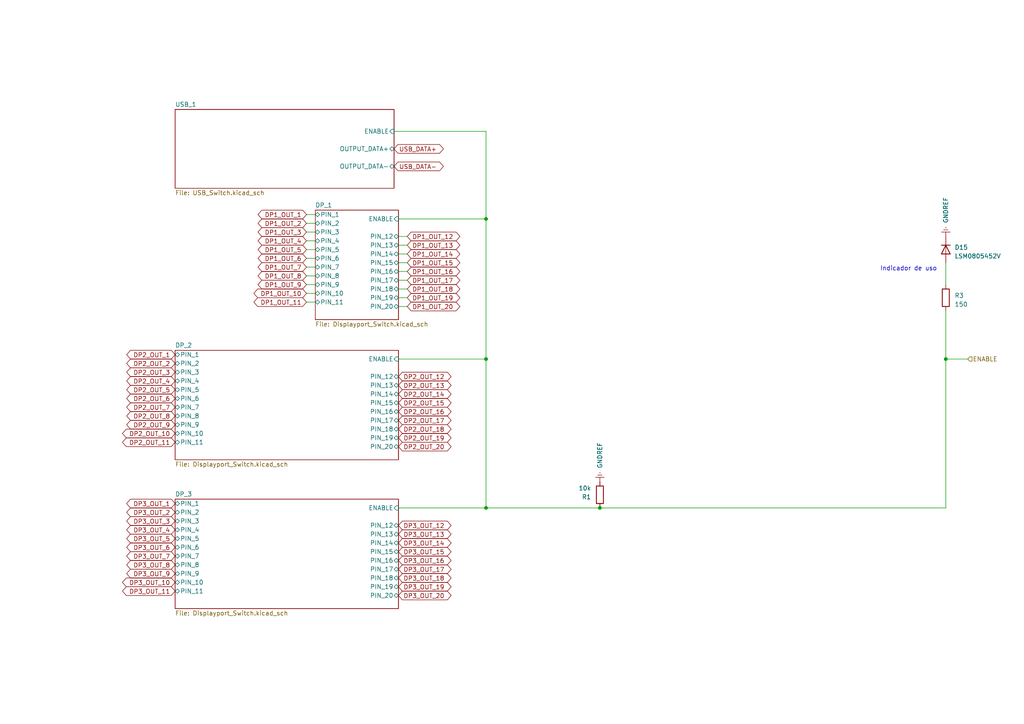
<source format=kicad_sch>
(kicad_sch (version 20230121) (generator eeschema)
  (paper "A4")
  (lib_symbols
    (symbol "Device:R" (pin_numbers hide) (pin_names (offset 0))
      (property "Reference" "R" (at 2.032 0 90))
      (property "Value" "R" (at 0 0 90))
      (symbol "R_0_1"
        (rectangle (start -1.016 -2.54) (end 1.016 2.54) (stroke (width 0.254)))
      )
      (symbol "R_1_1"
        (pin passive line (at 0 3.81 270) (length 1.27) (name "~") (number "1"))
        (pin passive line (at 0 -3.81 90) (length 1.27) (name "~") (number "2"))
      )
    )
    (symbol "Diode:CD4148W" (pin_numbers hide) (pin_names hide)
      (property "Reference" "D" (at 0 2.54 0))
      (property "Value" "CD4148W" (at 0 -2.54 0))
      (symbol "CD4148W_0_1"
        (polyline (pts (xy -1.27 1.27) (xy -1.27 -1.27)) (stroke (width 0.254)))
        (polyline (pts (xy 1.27 0) (xy -1.27 0)))
        (polyline (pts (xy 1.27 1.27) (xy 1.27 -1.27) (xy -1.27 0) (xy 1.27 1.27)) (stroke (width 0.254)))
      )
      (symbol "CD4148W_1_1"
        (pin passive line (at -3.81 0 0) (length 2.54) (name "K") (number "1"))
        (pin passive line (at 3.81 0 180) (length 2.54) (name "A") (number "2"))
      )
    )
    (symbol "power:GNDREF" (power) (pin_names (offset 0))
      (property "Value" "GNDREF" (at 0 -3.81 0))
      (symbol "GNDREF_0_1"
        (polyline (pts (xy -0.635 -1.905) (xy 0.635 -1.905)))
        (polyline (pts (xy -0.127 -2.54) (xy 0.127 -2.54)))
        (polyline (pts (xy 0 -1.27) (xy 0 0)))
        (polyline (pts (xy 1.27 -1.27) (xy -1.27 -1.27)))
      )
      (symbol "GNDREF_1_1"
        (pin power_in line (at 0 0 270) (length 0) hide (name "GNDREF") (number "1"))
      )
    )
  )
  (junction (at 140.97 63.5))
  (junction (at 274.32 104.14))
  (junction (at 173.99 147.32))
  (junction (at 140.97 104.14))
  (junction (at 140.97 147.32))
  (wire (pts (xy 140.97 147.32) (xy 173.99 147.32)))
  (wire (pts (xy 115.57 78.74) (xy 118.11 78.74)))
  (wire (pts (xy 115.57 68.58) (xy 118.11 68.58)))
  (wire (pts (xy 115.57 88.9) (xy 118.11 88.9)))
  (wire (pts (xy 88.9 77.47) (xy 91.44 77.47)))
  (wire (pts (xy 274.32 104.14) (xy 280.67 104.14)))
  (wire (pts (xy 140.97 63.5) (xy 140.97 104.14)))
  (wire (pts (xy 88.9 67.31) (xy 91.44 67.31)))
  (wire (pts (xy 115.57 104.14) (xy 140.97 104.14)))
  (wire (pts (xy 88.9 87.63) (xy 91.44 87.63)))
  (wire (pts (xy 274.32 82.55) (xy 274.32 76.2)))
  (wire (pts (xy 115.57 81.28) (xy 118.11 81.28)))
  (wire (pts (xy 274.32 104.14) (xy 274.32 147.32)))
  (wire (pts (xy 115.57 76.2) (xy 118.11 76.2)))
  (wire (pts (xy 140.97 38.1) (xy 140.97 63.5)))
  (wire (pts (xy 115.57 86.36) (xy 118.11 86.36)))
  (wire (pts (xy 173.99 147.32) (xy 274.32 147.32)))
  (wire (pts (xy 115.57 73.66) (xy 118.11 73.66)))
  (wire (pts (xy 88.9 82.55) (xy 91.44 82.55)))
  (wire (pts (xy 88.9 85.09) (xy 91.44 85.09)))
  (wire (pts (xy 140.97 104.14) (xy 140.97 147.32)))
  (wire (pts (xy 114.3 38.1) (xy 140.97 38.1)))
  (wire (pts (xy 115.57 71.12) (xy 118.11 71.12)))
  (wire (pts (xy 88.9 74.93) (xy 91.44 74.93)))
  (wire (pts (xy 88.9 64.77) (xy 91.44 64.77)))
  (wire (pts (xy 115.57 63.5) (xy 140.97 63.5)))
  (wire (pts (xy 88.9 62.23) (xy 91.44 62.23)))
  (wire (pts (xy 115.57 147.32) (xy 140.97 147.32)))
  (wire (pts (xy 88.9 72.39) (xy 91.44 72.39)))
  (wire (pts (xy 274.32 90.17) (xy 274.32 104.14)))
  (wire (pts (xy 115.57 83.82) (xy 118.11 83.82)))
  (wire (pts (xy 88.9 80.01) (xy 91.44 80.01)))
  (wire (pts (xy 88.9 69.85) (xy 91.44 69.85)))
  (text "Indicador de uso" (at 255.27 78.74 0) (effects (font (size 1.27 1.27)) (justify left bottom)))
  (global_label "DP1_OUT_13" (shape bidirectional) (at 118.11 71.12 0) (property "Intersheetrefs" "${INTERSHEET_REFS}" (effects hide)))
  (global_label "DP3_OUT_15" (shape bidirectional) (at 115.57 160.02 0) (property "Intersheetrefs" "${INTERSHEET_REFS}" (effects hide)))
  (global_label "DP1_OUT_20" (shape bidirectional) (at 118.11 88.9 0) (property "Intersheetrefs" "${INTERSHEET_REFS}" (effects hide)))
  (global_label "DP1_OUT_9" (shape bidirectional) (at 88.9 82.55 180) (property "Intersheetrefs" "${INTERSHEET_REFS}" (effects hide)))
  (global_label "DP2_OUT_8" (shape bidirectional) (at 50.8 120.65 180) (property "Intersheetrefs" "${INTERSHEET_REFS}" (effects hide)))
  (global_label "DP3_OUT_13" (shape bidirectional) (at 115.57 154.94 0) (property "Intersheetrefs" "${INTERSHEET_REFS}" (effects hide)))
  (global_label "DP2_OUT_4" (shape bidirectional) (at 50.8 110.49 180) (property "Intersheetrefs" "${INTERSHEET_REFS}" (effects hide)))
  (global_label "DP2_OUT_10" (shape bidirectional) (at 50.8 125.73 180) (property "Intersheetrefs" "${INTERSHEET_REFS}" (effects hide)))
  (global_label "DP1_OUT_3" (shape bidirectional) (at 88.9 67.31 180) (property "Intersheetrefs" "${INTERSHEET_REFS}" (effects hide)))
  (global_label "DP2_OUT_3" (shape bidirectional) (at 50.8 107.95 180) (property "Intersheetrefs" "${INTERSHEET_REFS}" (effects hide)))
  (global_label "DP3_OUT_14" (shape bidirectional) (at 115.57 157.48 0) (property "Intersheetrefs" "${INTERSHEET_REFS}" (effects hide)))
  (global_label "USB_DATA+" (shape bidirectional) (at 114.3 43.18 0) (property "Intersheetrefs" "${INTERSHEET_REFS}" (effects hide)))
  (global_label "DP1_OUT_2" (shape bidirectional) (at 88.9 64.77 180) (property "Intersheetrefs" "${INTERSHEET_REFS}" (effects hide)))
  (global_label "DP1_OUT_16" (shape bidirectional) (at 118.11 78.74 0) (property "Intersheetrefs" "${INTERSHEET_REFS}" (effects hide)))
  (global_label "DP1_OUT_8" (shape bidirectional) (at 88.9 80.01 180) (property "Intersheetrefs" "${INTERSHEET_REFS}" (effects hide)))
  (global_label "DP1_OUT_15" (shape bidirectional) (at 118.11 76.2 0) (property "Intersheetrefs" "${INTERSHEET_REFS}" (effects hide)))
  (global_label "DP3_OUT_5" (shape bidirectional) (at 50.8 156.21 180) (property "Intersheetrefs" "${INTERSHEET_REFS}" (effects hide)))
  (global_label "DP1_OUT_6" (shape bidirectional) (at 88.9 74.93 180) (property "Intersheetrefs" "${INTERSHEET_REFS}" (effects hide)))
  (global_label "DP1_OUT_17" (shape bidirectional) (at 118.11 81.28 0) (property "Intersheetrefs" "${INTERSHEET_REFS}" (effects hide)))
  (global_label "DP3_OUT_9" (shape bidirectional) (at 50.8 166.37 180) (property "Intersheetrefs" "${INTERSHEET_REFS}" (effects hide)))
  (global_label "DP2_OUT_7" (shape bidirectional) (at 50.8 118.11 180) (property "Intersheetrefs" "${INTERSHEET_REFS}" (effects hide)))
  (global_label "USB_DATA-" (shape bidirectional) (at 114.3 48.26 0) (property "Intersheetrefs" "${INTERSHEET_REFS}" (effects hide)))
  (global_label "DP2_OUT_13" (shape bidirectional) (at 115.57 111.76 0) (property "Intersheetrefs" "${INTERSHEET_REFS}" (effects hide)))
  (global_label "DP3_OUT_4" (shape bidirectional) (at 50.8 153.67 180) (property "Intersheetrefs" "${INTERSHEET_REFS}" (effects hide)))
  (global_label "DP3_OUT_2" (shape bidirectional) (at 50.8 148.59 180) (property "Intersheetrefs" "${INTERSHEET_REFS}" (effects hide)))
  (global_label "DP3_OUT_16" (shape bidirectional) (at 115.57 162.56 0) (property "Intersheetrefs" "${INTERSHEET_REFS}" (effects hide)))
  (global_label "DP3_OUT_19" (shape bidirectional) (at 115.57 170.18 0) (property "Intersheetrefs" "${INTERSHEET_REFS}" (effects hide)))
  (global_label "DP2_OUT_15" (shape bidirectional) (at 115.57 116.84 0) (property "Intersheetrefs" "${INTERSHEET_REFS}" (effects hide)))
  (global_label "DP2_OUT_6" (shape bidirectional) (at 50.8 115.57 180) (property "Intersheetrefs" "${INTERSHEET_REFS}" (effects hide)))
  (global_label "DP3_OUT_1" (shape bidirectional) (at 50.8 146.05 180) (property "Intersheetrefs" "${INTERSHEET_REFS}" (effects hide)))
  (global_label "DP2_OUT_2" (shape bidirectional) (at 50.8 105.41 180) (property "Intersheetrefs" "${INTERSHEET_REFS}" (effects hide)))
  (global_label "DP1_OUT_19" (shape bidirectional) (at 118.11 86.36 0) (property "Intersheetrefs" "${INTERSHEET_REFS}" (effects hide)))
  (global_label "DP3_OUT_7" (shape bidirectional) (at 50.8 161.29 180) (property "Intersheetrefs" "${INTERSHEET_REFS}" (effects hide)))
  (global_label "DP2_OUT_12" (shape bidirectional) (at 115.57 109.22 0) (property "Intersheetrefs" "${INTERSHEET_REFS}" (effects hide)))
  (global_label "DP2_OUT_16" (shape bidirectional) (at 115.57 119.38 0) (property "Intersheetrefs" "${INTERSHEET_REFS}" (effects hide)))
  (global_label "DP3_OUT_17" (shape bidirectional) (at 115.57 165.1 0) (property "Intersheetrefs" "${INTERSHEET_REFS}" (effects hide)))
  (global_label "DP2_OUT_20" (shape bidirectional) (at 115.57 129.54 0) (property "Intersheetrefs" "${INTERSHEET_REFS}" (effects hide)))
  (global_label "DP1_OUT_18" (shape bidirectional) (at 118.11 83.82 0) (property "Intersheetrefs" "${INTERSHEET_REFS}" (effects hide)))
  (global_label "DP2_OUT_5" (shape bidirectional) (at 50.8 113.03 180) (property "Intersheetrefs" "${INTERSHEET_REFS}" (effects hide)))
  (global_label "DP1_OUT_10" (shape bidirectional) (at 88.9 85.09 180) (property "Intersheetrefs" "${INTERSHEET_REFS}" (effects hide)))
  (global_label "DP3_OUT_3" (shape bidirectional) (at 50.8 151.13 180) (property "Intersheetrefs" "${INTERSHEET_REFS}" (effects hide)))
  (global_label "DP1_OUT_7" (shape bidirectional) (at 88.9 77.47 180) (property "Intersheetrefs" "${INTERSHEET_REFS}" (effects hide)))
  (global_label "DP2_OUT_1" (shape bidirectional) (at 50.8 102.87 180) (property "Intersheetrefs" "${INTERSHEET_REFS}" (effects hide)))
  (global_label "DP3_OUT_20" (shape bidirectional) (at 115.57 172.72 0) (property "Intersheetrefs" "${INTERSHEET_REFS}" (effects hide)))
  (global_label "DP3_OUT_12" (shape bidirectional) (at 115.57 152.4 0) (property "Intersheetrefs" "${INTERSHEET_REFS}" (effects hide)))
  (global_label "DP1_OUT_11" (shape bidirectional) (at 88.9 87.63 180) (property "Intersheetrefs" "${INTERSHEET_REFS}" (effects hide)))
  (global_label "DP1_OUT_1" (shape bidirectional) (at 88.9 62.23 180) (property "Intersheetrefs" "${INTERSHEET_REFS}" (effects hide)))
  (global_label "DP1_OUT_5" (shape bidirectional) (at 88.9 72.39 180) (property "Intersheetrefs" "${INTERSHEET_REFS}" (effects hide)))
  (global_label "DP3_OUT_18" (shape bidirectional) (at 115.57 167.64 0) (property "Intersheetrefs" "${INTERSHEET_REFS}" (effects hide)))
  (global_label "DP2_OUT_14" (shape bidirectional) (at 115.57 114.3 0) (property "Intersheetrefs" "${INTERSHEET_REFS}" (effects hide)))
  (global_label "DP1_OUT_4" (shape bidirectional) (at 88.9 69.85 180) (property "Intersheetrefs" "${INTERSHEET_REFS}" (effects hide)))
  (global_label "DP2_OUT_11" (shape bidirectional) (at 50.8 128.27 180) (property "Intersheetrefs" "${INTERSHEET_REFS}" (effects hide)))
  (global_label "DP3_OUT_11" (shape bidirectional) (at 50.8 171.45 180) (property "Intersheetrefs" "${INTERSHEET_REFS}" (effects hide)))
  (global_label "DP1_OUT_12" (shape bidirectional) (at 118.11 68.58 0) (property "Intersheetrefs" "${INTERSHEET_REFS}" (effects hide)))
  (global_label "DP3_OUT_8" (shape bidirectional) (at 50.8 163.83 180) (property "Intersheetrefs" "${INTERSHEET_REFS}" (effects hide)))
  (global_label "DP2_OUT_17" (shape bidirectional) (at 115.57 121.92 0) (property "Intersheetrefs" "${INTERSHEET_REFS}" (effects hide)))
  (global_label "DP2_OUT_9" (shape bidirectional) (at 50.8 123.19 180) (property "Intersheetrefs" "${INTERSHEET_REFS}" (effects hide)))
  (global_label "DP2_OUT_18" (shape bidirectional) (at 115.57 124.46 0) (property "Intersheetrefs" "${INTERSHEET_REFS}" (effects hide)))
  (global_label "DP3_OUT_10" (shape bidirectional) (at 50.8 168.91 180) (property "Intersheetrefs" "${INTERSHEET_REFS}" (effects hide)))
  (global_label "DP1_OUT_14" (shape bidirectional) (at 118.11 73.66 0) (property "Intersheetrefs" "${INTERSHEET_REFS}" (effects hide)))
  (global_label "DP3_OUT_6" (shape bidirectional) (at 50.8 158.75 180) (property "Intersheetrefs" "${INTERSHEET_REFS}" (effects hide)))
  (global_label "DP2_OUT_19" (shape bidirectional) (at 115.57 127 0) (property "Intersheetrefs" "${INTERSHEET_REFS}" (effects hide)))
  (hierarchical_label "ENABLE" (shape input) (at 280.67 104.14 0))
  (symbol (lib_id "power:GNDREF") (at 173.99 139.7 180) (unit 1)
    (property "Reference" "#PWR05" (effects hide))
    (property "Value" "GNDREF" (at 173.99 135.89 90) (effects (justify right)))
    (instances (project "KVM Project" (path "" (reference "#PWR05") (unit 1)) (path "" (reference "#PWR06") (unit 1)) (path "" (reference "#PWR07") (unit 1)) (path "" (reference "#PWR08") (unit 1))))
  )
  (symbol (lib_id "Diode:CD4148W") (at 274.32 72.39 270) (unit 1)
    (property "Reference" "D15" (at 276.86 71.755 90) (effects (justify left)))
    (property "Value" "LSM0805452V" (at 276.86 74.295 90) (effects (justify left)))
    (property "Footprint" "Diode_SMD:D_0805_2012Metric" (effects hide))
    (property "Datasheet" "https://www.dccomponents.com/upload/product/original/623524775088.pdf" (effects hide))
    (property "Sim.Device" "D" (effects hide))
    (property "Sim.Pins" "1=K 2=A" (effects hide))
    (instances (project "KVM Project" (path "" (reference "D15") (unit 1)) (path "" (reference "D13") (unit 1)) (path "" (reference "D14") (unit 1))))
  )
  (symbol (lib_id "Device:R") (at 274.32 86.36 0) (unit 1)
    (property "Reference" "R3" (at 276.86 85.725 0) (effects (justify left)))
    (property "Value" "150" (at 276.86 88.265 0) (effects (justify left)))
    (property "Footprint" "OptoDevice:R_LDR_5.2x5.2mm_P3.5mm_Horizontal" (effects hide))
    (instances (project "KVM Project" (path "" (reference "R3") (unit 1)) (path "" (reference "R1") (unit 1)) (path "" (reference "R2") (unit 1))))
  )
  (symbol (lib_id "power:GNDREF") (at 274.32 68.58 180) (unit 1)
    (property "Reference" "#PWR05" (effects hide))
    (property "Value" "GNDREF" (at 274.32 64.77 90) (effects (justify right)))
    (instances (project "KVM Project" (path "" (reference "#PWR05") (unit 1)) (path "" (reference "#PWR04") (unit 1)) (path "" (reference "#PWR03") (unit 1)) (path "" (reference "#PWR05") (unit 1))))
  )
  (symbol (lib_id "Device:R") (at 173.99 143.51 0) (unit 1)
    (property "Reference" "R1" (at 171.45 144.145 0) (effects (justify right)))
    (property "Value" "10k" (at 171.45 141.605 0) (effects (justify right)))
    (property "Footprint" "OptoDevice:R_LDR_5.2x5.2mm_P3.5mm_Horizontal" (effects hide))
    (instances (project "KVM Project" (path "" (reference "R1") (unit 1)) (path "" (reference "R4") (unit 1)) (path "" (reference "R5") (unit 1)) (path "" (reference "R6") (unit 1))))
  )
  (sheet (at 50.8 101.6) (size 64.77 31.75) (stroke (width 0.1524))
    (property "Sheetname" "DP_2" (at 50.8 100.8884 0) (effects (justify left bottom)))
    (property "Sheetfile" "Displayport_Switch.kicad_sch" (at 50.8 133.9346 0) (effects (justify left top)))
    (pin "ENABLE" input (at 115.57 104.14 0))
    (pin "PIN_2" bidirectional (at 50.8 105.41 180))
    (pin "PIN_3" bidirectional (at 50.8 107.95 180))
    (pin "PIN_1" bidirectional (at 50.8 102.87 180))
    (pin "PIN_6" bidirectional (at 50.8 115.57 180))
    (pin "PIN_4" bidirectional (at 50.8 110.49 180))
    (pin "PIN_5" bidirectional (at 50.8 113.03 180))
    (pin "PIN_8" bidirectional (at 50.8 120.65 180))
    (pin "PIN_10" bidirectional (at 50.8 125.73 180))
    (pin "PIN_11" bidirectional (at 50.8 128.27 180))
    (pin "PIN_9" bidirectional (at 50.8 123.19 180))
    (pin "PIN_7" bidirectional (at 50.8 118.11 180))
    (pin "PIN_13" bidirectional (at 115.57 111.76 0))
    (pin "PIN_14" bidirectional (at 115.57 114.3 0))
    (pin "PIN_16" bidirectional (at 115.57 119.38 0))
    (pin "PIN_15" bidirectional (at 115.57 116.84 0))
    (pin "PIN_12" bidirectional (at 115.57 109.22 0))
    (pin "PIN_17" bidirectional (at 115.57 121.92 0))
    (pin "PIN_18" bidirectional (at 115.57 124.46 0))
    (pin "PIN_20" bidirectional (at 115.57 129.54 0))
    (pin "PIN_19" bidirectional (at 115.57 127 0))
  )
  (sheet (at 50.8 31.75) (size 63.5 22.86) (stroke (width 0.1524))
    (property "Sheetname" "USB_1" (at 50.8 31.0384 0) (effects (justify left bottom)))
    (property "Sheetfile" "USB_Switch.kicad_sch" (at 50.8 55.1946 0) (effects (justify left top)))
    (pin "ENABLE" input (at 114.3 38.1 0))
    (pin "OUTPUT_DATA+" bidirectional (at 114.3 43.18 0))
    (pin "OUTPUT_DATA-" bidirectional (at 114.3 48.26 0))
  )
  (sheet (at 50.8 144.78) (size 64.77 31.75) (stroke (width 0.1524))
    (property "Sheetname" "DP_3" (at 50.8 144.0684 0) (effects (justify left bottom)))
    (property "Sheetfile" "Displayport_Switch.kicad_sch" (at 50.8 177.1146 0) (effects (justify left top)))
    (pin "ENABLE" input (at 115.57 147.32 0))
    (pin "PIN_2" bidirectional (at 50.8 148.59 180))
    (pin "PIN_3" bidirectional (at 50.8 151.13 180))
    (pin "PIN_1" bidirectional (at 50.8 146.05 180))
    (pin "PIN_6" bidirectional (at 50.8 158.75 180))
    (pin "PIN_4" bidirectional (at 50.8 153.67 180))
    (pin "PIN_5" bidirectional (at 50.8 156.21 180))
    (pin "PIN_8" bidirectional (at 50.8 163.83 180))
    (pin "PIN_10" bidirectional (at 50.8 168.91 180))
    (pin "PIN_11" bidirectional (at 50.8 171.45 180))
    (pin "PIN_9" bidirectional (at 50.8 166.37 180))
    (pin "PIN_7" bidirectional (at 50.8 161.29 180))
    (pin "PIN_13" bidirectional (at 115.57 154.94 0))
    (pin "PIN_14" bidirectional (at 115.57 157.48 0))
    (pin "PIN_16" bidirectional (at 115.57 162.56 0))
    (pin "PIN_15" bidirectional (at 115.57 160.02 0))
    (pin "PIN_12" bidirectional (at 115.57 152.4 0))
    (pin "PIN_17" bidirectional (at 115.57 165.1 0))
    (pin "PIN_18" bidirectional (at 115.57 167.64 0))
    (pin "PIN_20" bidirectional (at 115.57 172.72 0))
    (pin "PIN_19" bidirectional (at 115.57 170.18 0))
  )
  (sheet (at 91.44 60.96) (size 24.13 31.75) (stroke (width 0.1524))
    (property "Sheetname" "DP_1" (at 91.44 60.2484 0) (effects (justify left bottom)))
    (property "Sheetfile" "Displayport_Switch.kicad_sch" (at 91.44 93.2946 0) (effects (justify left top)))
    (pin "ENABLE" input (at 115.57 63.5 0))
    (pin "PIN_2" bidirectional (at 91.44 64.77 180))
    (pin "PIN_3" bidirectional (at 91.44 67.31 180))
    (pin "PIN_1" bidirectional (at 91.44 62.23 180))
    (pin "PIN_6" bidirectional (at 91.44 74.93 180))
    (pin "PIN_4" bidirectional (at 91.44 69.85 180))
    (pin "PIN_5" bidirectional (at 91.44 72.39 180))
    (pin "PIN_8" bidirectional (at 91.44 80.01 180))
    (pin "PIN_10" bidirectional (at 91.44 85.09 180))
    (pin "PIN_11" bidirectional (at 91.44 87.63 180))
    (pin "PIN_9" bidirectional (at 91.44 82.55 180))
    (pin "PIN_7" bidirectional (at 91.44 77.47 180))
    (pin "PIN_13" bidirectional (at 115.57 71.12 0))
    (pin "PIN_14" bidirectional (at 115.57 73.66 0))
    (pin "PIN_16" bidirectional (at 115.57 78.74 0))
    (pin "PIN_15" bidirectional (at 115.57 76.2 0))
    (pin "PIN_12" bidirectional (at 115.57 68.58 0))
    (pin "PIN_17" bidirectional (at 115.57 81.28 0))
    (pin "PIN_18" bidirectional (at 115.57 83.82 0))
    (pin "PIN_20" bidirectional (at 115.57 88.9 0))
    (pin "PIN_19" bidirectional (at 115.57 86.36 0))
  )
)
</source>
